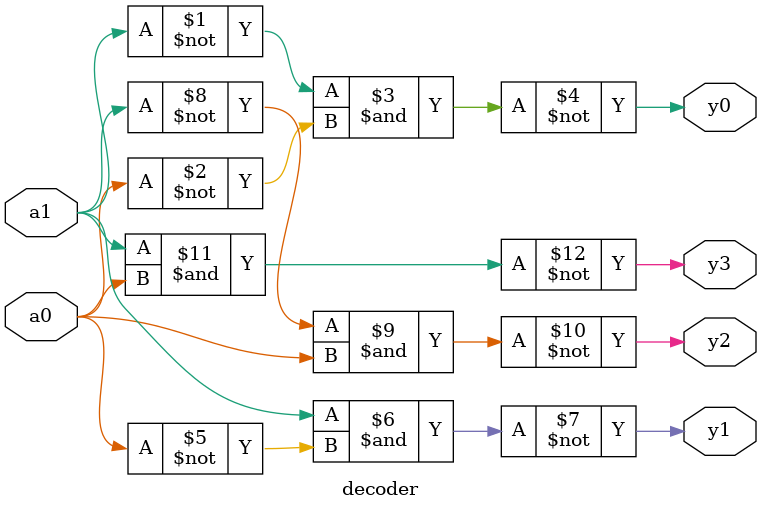
<source format=v>
module decoder(a0,a1,y0,y1,y2,y3);
input a0,a1;
output y0,y1,y2,y3;
assign y0 = ~(~a1 & ~a0);
assign y1 = ~(a1 & ~a0);
assign y2 = ~(~a1 & a0);
assign y3 = ~(a1 & a0);
endmodule

</source>
